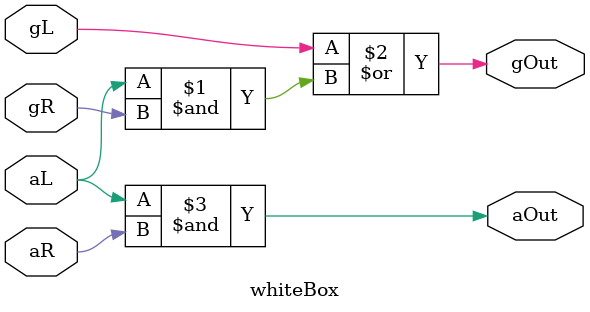
<source format=v>
/*//header guards
`ifndef _PA_basic_blocks_vh_
`define _PA_basic_blocks_vh_
*/

//black dot Box Module
module blackBox(gL,aL,gR,gOut);

input gL,aL,gR;
output gOut;

assign gOut = gL | (aL&gR);

endmodule

//white dot box Module
module whiteBox(gL,aL,gR,aR,gOut,aOut);

input gL,aL,gR,aR;
output gOut,aOut;

assign gOut = gL | (aL&gR);
assign aOut = aL&aR;

endmodule

//`endif
</source>
